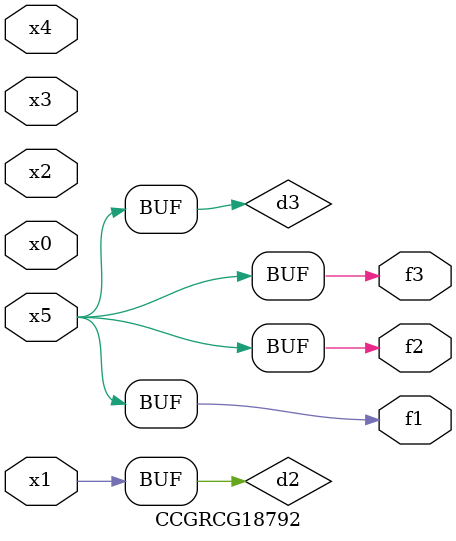
<source format=v>
module CCGRCG18792(
	input x0, x1, x2, x3, x4, x5,
	output f1, f2, f3
);

	wire d1, d2, d3;

	not (d1, x5);
	or (d2, x1);
	xnor (d3, d1);
	assign f1 = d3;
	assign f2 = d3;
	assign f3 = d3;
endmodule

</source>
